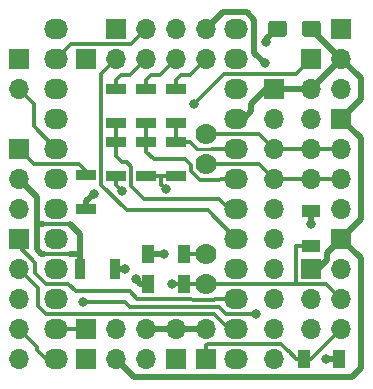
<source format=gbr>
G04 #@! TF.GenerationSoftware,KiCad,Pcbnew,(5.1.5)-3*
G04 #@! TF.CreationDate,2020-06-20T17:54:41+02:00*
G04 #@! TF.ProjectId,openXsensor,6f70656e-5873-4656-9e73-6f722e6b6963,rev?*
G04 #@! TF.SameCoordinates,Original*
G04 #@! TF.FileFunction,Copper,L1,Top*
G04 #@! TF.FilePolarity,Positive*
%FSLAX46Y46*%
G04 Gerber Fmt 4.6, Leading zero omitted, Abs format (unit mm)*
G04 Created by KiCad (PCBNEW (5.1.5)-3) date 2020-06-20 17:54:41*
%MOMM*%
%LPD*%
G04 APERTURE LIST*
%ADD10O,2.032000X1.727200*%
%ADD11C,1.778000*%
%ADD12C,0.100000*%
%ADD13R,1.600000X1.000000*%
%ADD14R,1.000000X1.600000*%
%ADD15O,1.700000X1.700000*%
%ADD16R,1.700000X1.700000*%
%ADD17R,1.700000X0.900000*%
%ADD18R,0.900000X1.700000*%
%ADD19C,0.800000*%
%ADD20C,0.500000*%
%ADD21C,0.300000*%
%ADD22C,0.250000*%
G04 APERTURE END LIST*
D10*
X138430000Y-85090000D03*
X138430000Y-87630000D03*
X138430000Y-90170000D03*
X138430000Y-92710000D03*
X138430000Y-95250000D03*
X138430000Y-97790000D03*
X138430000Y-100330000D03*
X138430000Y-102870000D03*
X138430000Y-105410000D03*
X138430000Y-107950000D03*
X138430000Y-110490000D03*
X138430000Y-113030000D03*
D11*
X151130000Y-93980000D03*
X151130000Y-96520000D03*
D10*
X153670000Y-85090000D03*
X153670000Y-87630000D03*
X153670000Y-90170000D03*
X153670000Y-92710000D03*
X153670000Y-95250000D03*
X153670000Y-97790000D03*
X153670000Y-100330000D03*
X153670000Y-102870000D03*
X153670000Y-105410000D03*
X153670000Y-107950000D03*
X153670000Y-110490000D03*
X153670000Y-113030000D03*
D11*
X151130000Y-104140000D03*
X151130000Y-106680000D03*
G04 #@! TA.AperFunction,SMDPad,CuDef*
D12*
G36*
X160582005Y-84416204D02*
G01*
X160606273Y-84419804D01*
X160630072Y-84425765D01*
X160653171Y-84434030D01*
X160675350Y-84444520D01*
X160696393Y-84457132D01*
X160716099Y-84471747D01*
X160734277Y-84488223D01*
X160750753Y-84506401D01*
X160765368Y-84526107D01*
X160777980Y-84547150D01*
X160788470Y-84569329D01*
X160796735Y-84592428D01*
X160802696Y-84616227D01*
X160806296Y-84640495D01*
X160807500Y-84664999D01*
X160807500Y-85515001D01*
X160806296Y-85539505D01*
X160802696Y-85563773D01*
X160796735Y-85587572D01*
X160788470Y-85610671D01*
X160777980Y-85632850D01*
X160765368Y-85653893D01*
X160750753Y-85673599D01*
X160734277Y-85691777D01*
X160716099Y-85708253D01*
X160696393Y-85722868D01*
X160675350Y-85735480D01*
X160653171Y-85745970D01*
X160630072Y-85754235D01*
X160606273Y-85760196D01*
X160582005Y-85763796D01*
X160557501Y-85765000D01*
X159482499Y-85765000D01*
X159457995Y-85763796D01*
X159433727Y-85760196D01*
X159409928Y-85754235D01*
X159386829Y-85745970D01*
X159364650Y-85735480D01*
X159343607Y-85722868D01*
X159323901Y-85708253D01*
X159305723Y-85691777D01*
X159289247Y-85673599D01*
X159274632Y-85653893D01*
X159262020Y-85632850D01*
X159251530Y-85610671D01*
X159243265Y-85587572D01*
X159237304Y-85563773D01*
X159233704Y-85539505D01*
X159232500Y-85515001D01*
X159232500Y-84664999D01*
X159233704Y-84640495D01*
X159237304Y-84616227D01*
X159243265Y-84592428D01*
X159251530Y-84569329D01*
X159262020Y-84547150D01*
X159274632Y-84526107D01*
X159289247Y-84506401D01*
X159305723Y-84488223D01*
X159323901Y-84471747D01*
X159343607Y-84457132D01*
X159364650Y-84444520D01*
X159386829Y-84434030D01*
X159409928Y-84425765D01*
X159433727Y-84419804D01*
X159457995Y-84416204D01*
X159482499Y-84415000D01*
X160557501Y-84415000D01*
X160582005Y-84416204D01*
G37*
G04 #@! TD.AperFunction*
G04 #@! TA.AperFunction,SMDPad,CuDef*
G36*
X157707005Y-84416204D02*
G01*
X157731273Y-84419804D01*
X157755072Y-84425765D01*
X157778171Y-84434030D01*
X157800350Y-84444520D01*
X157821393Y-84457132D01*
X157841099Y-84471747D01*
X157859277Y-84488223D01*
X157875753Y-84506401D01*
X157890368Y-84526107D01*
X157902980Y-84547150D01*
X157913470Y-84569329D01*
X157921735Y-84592428D01*
X157927696Y-84616227D01*
X157931296Y-84640495D01*
X157932500Y-84664999D01*
X157932500Y-85515001D01*
X157931296Y-85539505D01*
X157927696Y-85563773D01*
X157921735Y-85587572D01*
X157913470Y-85610671D01*
X157902980Y-85632850D01*
X157890368Y-85653893D01*
X157875753Y-85673599D01*
X157859277Y-85691777D01*
X157841099Y-85708253D01*
X157821393Y-85722868D01*
X157800350Y-85735480D01*
X157778171Y-85745970D01*
X157755072Y-85754235D01*
X157731273Y-85760196D01*
X157707005Y-85763796D01*
X157682501Y-85765000D01*
X156607499Y-85765000D01*
X156582995Y-85763796D01*
X156558727Y-85760196D01*
X156534928Y-85754235D01*
X156511829Y-85745970D01*
X156489650Y-85735480D01*
X156468607Y-85722868D01*
X156448901Y-85708253D01*
X156430723Y-85691777D01*
X156414247Y-85673599D01*
X156399632Y-85653893D01*
X156387020Y-85632850D01*
X156376530Y-85610671D01*
X156368265Y-85587572D01*
X156362304Y-85563773D01*
X156358704Y-85539505D01*
X156357500Y-85515001D01*
X156357500Y-84664999D01*
X156358704Y-84640495D01*
X156362304Y-84616227D01*
X156368265Y-84592428D01*
X156376530Y-84569329D01*
X156387020Y-84547150D01*
X156399632Y-84526107D01*
X156414247Y-84506401D01*
X156430723Y-84488223D01*
X156448901Y-84471747D01*
X156468607Y-84457132D01*
X156489650Y-84444520D01*
X156511829Y-84434030D01*
X156534928Y-84425765D01*
X156558727Y-84419804D01*
X156582995Y-84416204D01*
X156607499Y-84415000D01*
X157682501Y-84415000D01*
X157707005Y-84416204D01*
G37*
G04 #@! TD.AperFunction*
D13*
X160020000Y-103505000D03*
X160020000Y-100505000D03*
D14*
X162385000Y-113030000D03*
X159385000Y-113030000D03*
X149225000Y-106680000D03*
X146225000Y-106680000D03*
X146225000Y-104140000D03*
X149225000Y-104140000D03*
D15*
X151130000Y-85090000D03*
X148590000Y-85090000D03*
X146050000Y-85090000D03*
D16*
X143510000Y-85090000D03*
X135255000Y-95250000D03*
D15*
X135255000Y-97790000D03*
X135255000Y-100330000D03*
D16*
X135255000Y-87630000D03*
D15*
X135255000Y-90170000D03*
D16*
X140970000Y-113030000D03*
D15*
X143510000Y-113030000D03*
X146050000Y-113030000D03*
X146050000Y-110490000D03*
X143510000Y-110490000D03*
D16*
X140970000Y-110490000D03*
X162560000Y-102870000D03*
D15*
X162560000Y-105410000D03*
X162560000Y-107950000D03*
X162560000Y-110490000D03*
D16*
X160020000Y-87630000D03*
D15*
X160020000Y-90170000D03*
X160020000Y-92710000D03*
X160020000Y-95250000D03*
X160020000Y-97790000D03*
X148590000Y-110490000D03*
D16*
X148590000Y-113030000D03*
X151130000Y-113030000D03*
D15*
X151130000Y-110490000D03*
D16*
X162560000Y-85090000D03*
D15*
X162560000Y-87630000D03*
X162560000Y-90170000D03*
D16*
X135255000Y-102870000D03*
D15*
X135255000Y-105410000D03*
X135255000Y-107950000D03*
X135255000Y-110490000D03*
X135255000Y-113030000D03*
X151130000Y-87630000D03*
X148590000Y-87630000D03*
X146050000Y-87630000D03*
X143510000Y-87630000D03*
D16*
X140970000Y-87630000D03*
X156845000Y-90170000D03*
D15*
X156845000Y-92710000D03*
X156845000Y-95250000D03*
X156845000Y-97790000D03*
X156845000Y-100330000D03*
X156845000Y-102870000D03*
X156845000Y-105410000D03*
X156845000Y-107950000D03*
X156845000Y-110490000D03*
X156845000Y-113030000D03*
D16*
X162560000Y-92710000D03*
D15*
X162560000Y-95250000D03*
X162560000Y-97790000D03*
X162560000Y-100330000D03*
X160020000Y-110490000D03*
X160020000Y-107950000D03*
D16*
X160020000Y-105410000D03*
D17*
X143510000Y-94636000D03*
X143510000Y-97536000D03*
X146050000Y-97536000D03*
X146050000Y-94636000D03*
X148590000Y-94636000D03*
X148590000Y-97536000D03*
X143510000Y-93091000D03*
X143510000Y-90191000D03*
X146050000Y-90191000D03*
X146050000Y-93091000D03*
X148590000Y-90191000D03*
X148590000Y-93091000D03*
X140970000Y-100330000D03*
X140970000Y-97430000D03*
D18*
X140462000Y-105410000D03*
X143362000Y-105410000D03*
D19*
X161290000Y-113030000D03*
X160020000Y-101600000D03*
X156210000Y-86233000D03*
X147574000Y-104140000D03*
X141605000Y-99060000D03*
X145161000Y-106299000D03*
X144018000Y-98794000D03*
X147701000Y-98679000D03*
X150114000Y-91440000D03*
X156083000Y-88011000D03*
X144272000Y-105410000D03*
X148209000Y-106680000D03*
X140716000Y-108204000D03*
X155321000Y-109220000D03*
D20*
X162385000Y-113030000D02*
X162560000Y-113030000D01*
X162385000Y-113030000D02*
X161290000Y-113030000D01*
X160020000Y-100505000D02*
X160020000Y-101600000D01*
X157145000Y-85090000D02*
X157480000Y-85090000D01*
X157145000Y-85090000D02*
X157099000Y-85090000D01*
X157099000Y-85090000D02*
X156210000Y-85979000D01*
X156210000Y-85979000D02*
X156210000Y-86233000D01*
X146225000Y-104140000D02*
X147574000Y-104140000D01*
X148590000Y-110490000D02*
X146050000Y-110490000D01*
X148590000Y-110490000D02*
X151130000Y-110490000D01*
X140970000Y-100330000D02*
X140970000Y-99695000D01*
X140970000Y-99695000D02*
X141605000Y-99060000D01*
X146225000Y-106680000D02*
X145542000Y-106680000D01*
X145542000Y-106680000D02*
X145161000Y-106299000D01*
D21*
X143510000Y-98286000D02*
X144018000Y-98794000D01*
X143510000Y-97536000D02*
X143510000Y-98286000D01*
X147320000Y-98298000D02*
X147447000Y-98425000D01*
X147320000Y-97536000D02*
X148590000Y-97536000D01*
X147320000Y-97536000D02*
X147320000Y-98298000D01*
X146050000Y-97536000D02*
X147320000Y-97536000D01*
X147447000Y-98425000D02*
X147701000Y-98679000D01*
X136525000Y-91440000D02*
X135255000Y-90170000D01*
X138430000Y-95250000D02*
X136525000Y-93345000D01*
X136525000Y-93345000D02*
X136525000Y-91440000D01*
X152654000Y-88900000D02*
X150114000Y-91440000D01*
X160020000Y-87630000D02*
X158750000Y-88900000D01*
X158750000Y-88900000D02*
X152654000Y-88900000D01*
X140970000Y-110490000D02*
X138430000Y-110490000D01*
D20*
X160020000Y-90170000D02*
X156845000Y-90170000D01*
X156210000Y-90170000D02*
X156845000Y-90170000D01*
X154940000Y-92075000D02*
X154940000Y-91440000D01*
X154940000Y-91440000D02*
X156210000Y-90170000D01*
X153670000Y-92710000D02*
X154305000Y-92710000D01*
X154305000Y-92710000D02*
X154940000Y-92075000D01*
X164211000Y-89281000D02*
X162560000Y-87630000D01*
X160020000Y-90170000D02*
X162560000Y-87630000D01*
X164211000Y-91059000D02*
X162560000Y-92710000D01*
X164211000Y-90805000D02*
X164211000Y-91059000D01*
X164211000Y-90805000D02*
X164211000Y-89281000D01*
X164211000Y-94361000D02*
X162560000Y-92710000D01*
X164211000Y-101219000D02*
X162560000Y-102870000D01*
X164211000Y-100330000D02*
X164211000Y-101219000D01*
X164211000Y-100330000D02*
X164211000Y-94361000D01*
X164211000Y-104521000D02*
X162560000Y-102870000D01*
X164211000Y-113792000D02*
X164211000Y-104521000D01*
X163449000Y-114554000D02*
X164211000Y-113792000D01*
X143510000Y-113030000D02*
X145034000Y-114554000D01*
X145034000Y-114554000D02*
X163449000Y-114554000D01*
X160020000Y-105410000D02*
X160561998Y-105410000D01*
X160561998Y-105410000D02*
X161320001Y-104651997D01*
X161320001Y-104109999D02*
X162560000Y-102870000D01*
X161320001Y-104651997D02*
X161320001Y-104109999D01*
X160020000Y-85090000D02*
X162560000Y-87630000D01*
X152527000Y-83693000D02*
X151130000Y-85090000D01*
X154559000Y-83693000D02*
X152527000Y-83693000D01*
X156083000Y-88011000D02*
X155194000Y-87122000D01*
X155194000Y-87122000D02*
X155194000Y-84328000D01*
X155194000Y-84328000D02*
X154559000Y-83693000D01*
X143362000Y-105410000D02*
X144272000Y-105410000D01*
D21*
X155575000Y-93980000D02*
X156845000Y-95250000D01*
X151130000Y-93980000D02*
X155575000Y-93980000D01*
X156845000Y-95250000D02*
X160020000Y-95250000D01*
X160020000Y-95250000D02*
X162560000Y-95250000D01*
X155575000Y-96520000D02*
X156845000Y-97790000D01*
X151130000Y-96520000D02*
X155575000Y-96520000D01*
X156845000Y-97790000D02*
X160020000Y-97790000D01*
X160020000Y-97790000D02*
X162560000Y-97790000D01*
X153670000Y-95250000D02*
X151638000Y-95250000D01*
D22*
X151638000Y-95250000D02*
X150368000Y-95250000D01*
D21*
X148590000Y-93091000D02*
X148590000Y-94636000D01*
X149754000Y-94636000D02*
X148590000Y-94636000D01*
X150368000Y-95250000D02*
X149754000Y-94636000D01*
X146050000Y-93091000D02*
X146050000Y-94636000D01*
X146050000Y-95504000D02*
X146050000Y-94636000D01*
X149840001Y-97135001D02*
X149840001Y-96627001D01*
X149352000Y-96139000D02*
X146685000Y-96139000D01*
X149840001Y-96627001D02*
X149352000Y-96139000D01*
X146685000Y-96139000D02*
X146050000Y-95504000D01*
X152354000Y-97790000D02*
X153670000Y-97790000D01*
X152227000Y-97917000D02*
X152354000Y-97790000D01*
X150622000Y-97917000D02*
X152227000Y-97917000D01*
X150622000Y-97917000D02*
X149840001Y-97135001D01*
X143510000Y-93091000D02*
X143510000Y-94636000D01*
X143510000Y-95885000D02*
X143510000Y-94636000D01*
X144018000Y-96393000D02*
X143510000Y-95885000D01*
X144387002Y-96393000D02*
X144018000Y-96393000D01*
X144780000Y-96785998D02*
X144387002Y-96393000D01*
X153670000Y-100330000D02*
X153035000Y-100330000D01*
X152209500Y-99504500D02*
X145859500Y-99504500D01*
X145859500Y-99504500D02*
X144780000Y-98425000D01*
X153035000Y-100330000D02*
X152209500Y-99504500D01*
X144780000Y-98425000D02*
X144780000Y-96785998D01*
X142240000Y-98298000D02*
X142240000Y-88900000D01*
X142240000Y-88900000D02*
X143510000Y-87630000D01*
X144399000Y-100457000D02*
X142240000Y-98298000D01*
X151257000Y-100457000D02*
X144399000Y-100457000D01*
X153670000Y-102870000D02*
X151257000Y-100457000D01*
X149225000Y-104140000D02*
X151130000Y-104140000D01*
X159385000Y-113030000D02*
X158750000Y-113030000D01*
X158750000Y-113030000D02*
X158115000Y-112395000D01*
X159385000Y-113030000D02*
X160020000Y-113030000D01*
X160020000Y-113030000D02*
X162560000Y-110490000D01*
X158060002Y-112395000D02*
X157431392Y-111766390D01*
X158115000Y-112395000D02*
X158060002Y-112395000D01*
X151130000Y-111880000D02*
X151250000Y-111760000D01*
X151130000Y-113030000D02*
X151130000Y-111880000D01*
X151250000Y-111760000D02*
X152527000Y-111760000D01*
X157431392Y-111766390D02*
X152527000Y-111760000D01*
X149225000Y-106680000D02*
X151130000Y-106680000D01*
X148209000Y-106680000D02*
X149225000Y-106680000D01*
X160020000Y-103505000D02*
X158750000Y-103505000D01*
X162560000Y-107950000D02*
X161290000Y-106680000D01*
X158750000Y-106553000D02*
X158877000Y-106680000D01*
X158750000Y-103505000D02*
X158750000Y-106553000D01*
X161290000Y-106680000D02*
X158877000Y-106680000D01*
X154305000Y-106680000D02*
X151130000Y-106680000D01*
X158877000Y-106680000D02*
X154305000Y-106680000D01*
X143510000Y-89441000D02*
X143924000Y-89027000D01*
X143510000Y-90191000D02*
X143510000Y-89441000D01*
X144653000Y-89027000D02*
X146050000Y-87630000D01*
X143924000Y-89027000D02*
X144653000Y-89027000D01*
X146050000Y-89441000D02*
X146464000Y-89027000D01*
X146050000Y-90191000D02*
X146050000Y-89441000D01*
X147193000Y-89027000D02*
X148590000Y-87630000D01*
X146464000Y-89027000D02*
X147193000Y-89027000D01*
X140970000Y-97430000D02*
X140970000Y-97155000D01*
X140970000Y-97155000D02*
X140335000Y-96520000D01*
X140335000Y-96520000D02*
X136525000Y-96520000D01*
X136525000Y-96520000D02*
X135255000Y-95250000D01*
X138430000Y-87630000D02*
X139700000Y-86360000D01*
X144780000Y-86360000D02*
X146050000Y-85090000D01*
X139700000Y-86360000D02*
X144780000Y-86360000D01*
D20*
X140462000Y-102489000D02*
X139573000Y-101600000D01*
D21*
X139573000Y-101600000D02*
X137287000Y-101600000D01*
D20*
X140462000Y-104140000D02*
X139573000Y-104140000D01*
X140462000Y-104140000D02*
X140462000Y-102489000D01*
X140462000Y-105410000D02*
X140462000Y-104140000D01*
D21*
X139573000Y-104140000D02*
X137414000Y-104140000D01*
D20*
X137414000Y-104140000D02*
X137160000Y-104140000D01*
X136779000Y-103759000D02*
X136779000Y-101600000D01*
X137287000Y-101600000D02*
X136779000Y-101600000D01*
X137160000Y-104140000D02*
X136779000Y-103759000D01*
X136779000Y-99314000D02*
X135255000Y-97790000D01*
X136779000Y-101600000D02*
X136779000Y-99314000D01*
D21*
X138430000Y-113030000D02*
X137541000Y-113030000D01*
X137541000Y-113030000D02*
X136779000Y-112268000D01*
X136779000Y-112014000D02*
X135255000Y-110490000D01*
X136779000Y-112268000D02*
X136779000Y-112014000D01*
X151892000Y-107950000D02*
X153670000Y-107950000D01*
X151765000Y-108077000D02*
X151892000Y-107950000D01*
X149987000Y-108077000D02*
X151765000Y-108077000D01*
X149860000Y-107950000D02*
X149987000Y-108077000D01*
X145288000Y-107950000D02*
X149860000Y-107950000D01*
X140081000Y-107315000D02*
X139446000Y-106680000D01*
X144653000Y-107315000D02*
X140081000Y-107315000D01*
X144653000Y-107315000D02*
X145288000Y-107950000D01*
X137922000Y-106680000D02*
X137541000Y-106680000D01*
X137922000Y-106680000D02*
X139446000Y-106680000D01*
X137541000Y-106680000D02*
X136652000Y-105791000D01*
X136652000Y-105791000D02*
X136652000Y-104902000D01*
X135255000Y-103505000D02*
X135255000Y-102870000D01*
X136652000Y-104902000D02*
X135255000Y-103505000D01*
X153035000Y-110490000D02*
X151765000Y-109220000D01*
X153670000Y-110490000D02*
X153035000Y-110490000D01*
X137922000Y-109220000D02*
X137541000Y-109220000D01*
X151765000Y-109220000D02*
X137922000Y-109220000D01*
X137541000Y-109220000D02*
X136906000Y-108585000D01*
X136906000Y-107061000D02*
X135255000Y-105410000D01*
X136906000Y-108585000D02*
X136906000Y-107061000D01*
X140716000Y-108204000D02*
X144272000Y-108204000D01*
X144272000Y-108204000D02*
X144695010Y-108627010D01*
X144695010Y-108627010D02*
X151976020Y-108627010D01*
X151976020Y-108627010D02*
X152188010Y-108627010D01*
X152188010Y-108627010D02*
X152781000Y-109220000D01*
X152781000Y-109220000D02*
X155321000Y-109220000D01*
X148590000Y-89441000D02*
X149004000Y-89027000D01*
X148590000Y-90191000D02*
X148590000Y-89441000D01*
X149733000Y-89027000D02*
X151130000Y-87630000D01*
X149004000Y-89027000D02*
X149733000Y-89027000D01*
M02*

</source>
